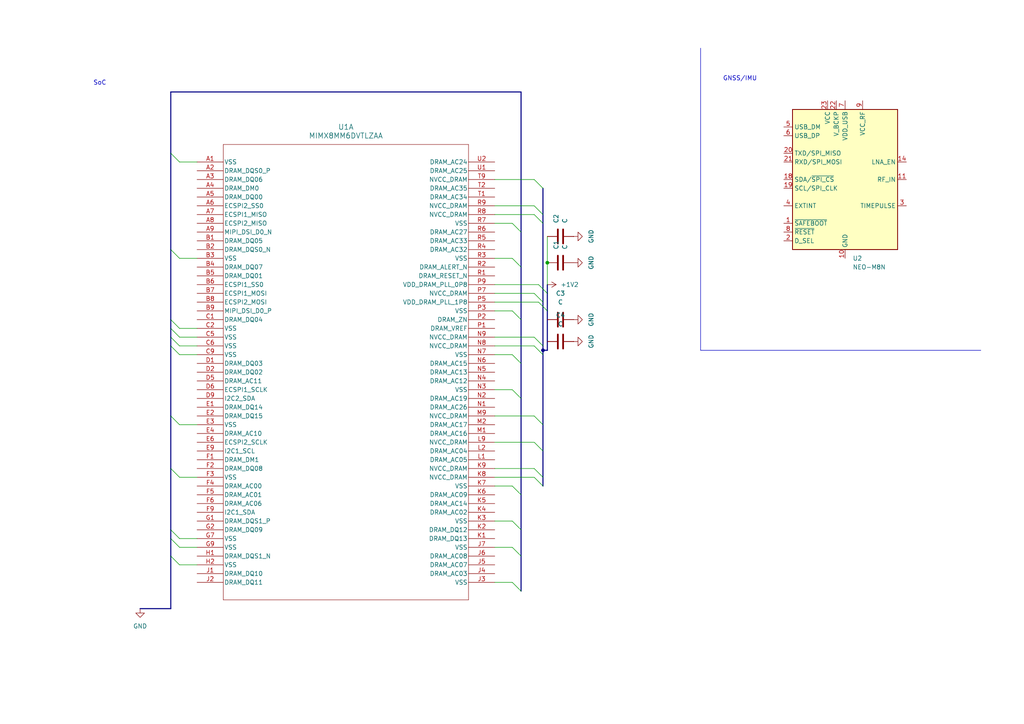
<source format=kicad_sch>
(kicad_sch (version 20231120) (generator "eeschema") (generator_version "8.0")
  (paper "A4")
  (lib_symbols
    (symbol "Device:C" (pin_numbers hide) (pin_names (offset 0.254))
      (property "Reference" "C" (at 0.635 2.54 0))
      (property "Value" "C" (at 0.635 -2.54 0))
      (symbol "C_0_1"
        (polyline (pts (xy -2.032 -0.762) (xy 2.032 -0.762)) (stroke (width 0.508)))
        (polyline (pts (xy -2.032 0.762) (xy 2.032 0.762)) (stroke (width 0.508)))
      )
      (symbol "C_1_1"
        (pin passive line (at 0 3.81 270) (length 2.794) (name "~") (number "1"))
        (pin passive line (at 0 -3.81 90) (length 2.794) (name "~") (number "2"))
      )
    )
    (symbol "MIMX8MM6DVTLZAA:MIMX8MM6DVTLZAA" (pin_names (offset 0.254))
      (property "Reference" "U" (at 43.18 10.16 0))
      (property "Value" "MIMX8MM6DVTLZAA" (at 43.18 7.62 0))
      (symbol "MIMX8MM6DVTLZAA_1_1"
        (polyline (pts (xy 7.62 -127) (xy 78.74 -127)) (stroke (width 0.127)))
        (polyline (pts (xy 7.62 5.08) (xy 7.62 -127)) (stroke (width 0.127)))
        (polyline (pts (xy 78.74 -127) (xy 78.74 5.08)) (stroke (width 0.127)))
        (polyline (pts (xy 78.74 5.08) (xy 7.62 5.08)) (stroke (width 0.127)))
        (pin power_in line (at 0 0 0) (length 7.62) (name "VSS") (number "A1"))
        (pin input line (at 0 -2.54 0) (length 7.62) (name "DRAM_DQS0_P") (number "A2"))
        (pin input line (at 0 -5.08 0) (length 7.62) (name "DRAM_DQ06") (number "A3"))
        (pin input line (at 0 -7.62 0) (length 7.62) (name "DRAM_DM0") (number "A4"))
        (pin input line (at 0 -10.16 0) (length 7.62) (name "DRAM_DQ00") (number "A5"))
        (pin input line (at 0 -12.7 0) (length 7.62) (name "ECSPI2_SS0") (number "A6"))
        (pin input line (at 0 -15.24 0) (length 7.62) (name "ECSPI1_MISO") (number "A7"))
        (pin input line (at 0 -17.78 0) (length 7.62) (name "ECSPI2_MISO") (number "A8"))
        (pin output line (at 0 -20.32 0) (length 7.62) (name "MIPI_DSI_D0_N") (number "A9"))
        (pin input line (at 0 -22.86 0) (length 7.62) (name "DRAM_DQ05") (number "B1"))
        (pin input line (at 0 -25.4 0) (length 7.62) (name "DRAM_DQS0_N") (number "B2"))
        (pin power_in line (at 0 -27.94 0) (length 7.62) (name "VSS") (number "B3"))
        (pin input line (at 0 -30.48 0) (length 7.62) (name "DRAM_DQ07") (number "B4"))
        (pin input line (at 0 -33.02 0) (length 7.62) (name "DRAM_DQ01") (number "B5"))
        (pin input line (at 0 -35.56 0) (length 7.62) (name "ECSPI1_SS0") (number "B6"))
        (pin input line (at 0 -38.1 0) (length 7.62) (name "ECSPI1_MOSI") (number "B7"))
        (pin input line (at 0 -40.64 0) (length 7.62) (name "ECSPI2_MOSI") (number "B8"))
        (pin output line (at 0 -43.18 0) (length 7.62) (name "MIPI_DSI_D0_P") (number "B9"))
        (pin input line (at 0 -45.72 0) (length 7.62) (name "DRAM_DQ04") (number "C1"))
        (pin power_in line (at 0 -48.26 0) (length 7.62) (name "VSS") (number "C2"))
        (pin power_in line (at 0 -50.8 0) (length 7.62) (name "VSS") (number "C5"))
        (pin power_in line (at 0 -53.34 0) (length 7.62) (name "VSS") (number "C6"))
        (pin power_in line (at 0 -55.88 0) (length 7.62) (name "VSS") (number "C9"))
        (pin input line (at 0 -58.42 0) (length 7.62) (name "DRAM_DQ03") (number "D1"))
        (pin input line (at 0 -60.96 0) (length 7.62) (name "DRAM_DQ02") (number "D2"))
        (pin input line (at 0 -63.5 0) (length 7.62) (name "DRAM_AC11") (number "D5"))
        (pin input line (at 0 -66.04 0) (length 7.62) (name "ECSPI1_SCLK") (number "D6"))
        (pin input line (at 0 -68.58 0) (length 7.62) (name "I2C2_SDA") (number "D9"))
        (pin input line (at 0 -71.12 0) (length 7.62) (name "DRAM_DQ14") (number "E1"))
        (pin input line (at 0 -73.66 0) (length 7.62) (name "DRAM_DQ15") (number "E2"))
        (pin power_in line (at 0 -76.2 0) (length 7.62) (name "VSS") (number "E3"))
        (pin input line (at 0 -78.74 0) (length 7.62) (name "DRAM_AC10") (number "E4"))
        (pin input line (at 0 -81.28 0) (length 7.62) (name "ECSPI2_SCLK") (number "E6"))
        (pin input line (at 0 -83.82 0) (length 7.62) (name "I2C1_SCL") (number "E9"))
        (pin input line (at 0 -86.36 0) (length 7.62) (name "DRAM_DM1") (number "F1"))
        (pin input line (at 0 -88.9 0) (length 7.62) (name "DRAM_DQ08") (number "F2"))
        (pin power_in line (at 0 -91.44 0) (length 7.62) (name "VSS") (number "F3"))
        (pin output line (at 0 -93.98 0) (length 7.62) (name "DRAM_AC00") (number "F4"))
        (pin output line (at 0 -96.52 0) (length 7.62) (name "DRAM_AC01") (number "F5"))
        (pin input line (at 0 -99.06 0) (length 7.62) (name "DRAM_AC06") (number "F6"))
        (pin input line (at 0 -101.6 0) (length 7.62) (name "I2C1_SDA") (number "F9"))
        (pin input line (at 0 -104.14 0) (length 7.62) (name "DRAM_DQS1_P") (number "G1"))
        (pin input line (at 0 -106.68 0) (length 7.62) (name "DRAM_DQ09") (number "G2"))
        (pin power_in line (at 0 -109.22 0) (length 7.62) (name "VSS") (number "G7"))
        (pin power_in line (at 0 -111.76 0) (length 7.62) (name "VSS") (number "G9"))
        (pin input line (at 0 -114.3 0) (length 7.62) (name "DRAM_DQS1_N") (number "H1"))
        (pin power_in line (at 0 -116.84 0) (length 7.62) (name "VSS") (number "H2"))
        (pin input line (at 0 -119.38 0) (length 7.62) (name "DRAM_DQ10") (number "J1"))
        (pin input line (at 0 -121.92 0) (length 7.62) (name "DRAM_DQ11") (number "J2"))
        (pin power_in line (at 86.36 -121.92 180) (length 7.62) (name "VSS") (number "J3"))
        (pin input line (at 86.36 -119.38 180) (length 7.62) (name "DRAM_AC03") (number "J4"))
        (pin input line (at 86.36 -116.84 180) (length 7.62) (name "DRAM_AC07") (number "J5"))
        (pin input line (at 86.36 -114.3 180) (length 7.62) (name "DRAM_AC08") (number "J6"))
        (pin power_in line (at 86.36 -111.76 180) (length 7.62) (name "VSS") (number "J7"))
        (pin input line (at 86.36 -109.22 180) (length 7.62) (name "DRAM_DQ13") (number "K1"))
        (pin input line (at 86.36 -106.68 180) (length 7.62) (name "DRAM_DQ12") (number "K2"))
        (pin power_in line (at 86.36 -104.14 180) (length 7.62) (name "VSS") (number "K3"))
        (pin input line (at 86.36 -101.6 180) (length 7.62) (name "DRAM_AC02") (number "K4"))
        (pin input line (at 86.36 -99.06 180) (length 7.62) (name "DRAM_AC14") (number "K5"))
        (pin input line (at 86.36 -96.52 180) (length 7.62) (name "DRAM_AC09") (number "K6"))
        (pin power_in line (at 86.36 -93.98 180) (length 7.62) (name "VSS") (number "K7"))
        (pin power_in line (at 86.36 -91.44 180) (length 7.62) (name "NVCC_DRAM") (number "K8"))
        (pin power_in line (at 86.36 -88.9 180) (length 7.62) (name "NVCC_DRAM") (number "K9"))
        (pin input line (at 86.36 -86.36 180) (length 7.62) (name "DRAM_AC05") (number "L1"))
        (pin input line (at 86.36 -83.82 180) (length 7.62) (name "DRAM_AC04") (number "L2"))
        (pin power_in line (at 86.36 -81.28 180) (length 7.62) (name "NVCC_DRAM") (number "L9"))
        (pin input line (at 86.36 -78.74 180) (length 7.62) (name "DRAM_AC16") (number "M1"))
        (pin input line (at 86.36 -76.2 180) (length 7.62) (name "DRAM_AC17") (number "M2"))
        (pin power_in line (at 86.36 -73.66 180) (length 7.62) (name "NVCC_DRAM") (number "M9"))
        (pin input line (at 86.36 -71.12 180) (length 7.62) (name "DRAM_AC26") (number "N1"))
        (pin input line (at 86.36 -68.58 180) (length 7.62) (name "DRAM_AC19") (number "N2"))
        (pin power_in line (at 86.36 -66.04 180) (length 7.62) (name "VSS") (number "N3"))
        (pin input line (at 86.36 -63.5 180) (length 7.62) (name "DRAM_AC12") (number "N4"))
        (pin input line (at 86.36 -60.96 180) (length 7.62) (name "DRAM_AC13") (number "N5"))
        (pin input line (at 86.36 -58.42 180) (length 7.62) (name "DRAM_AC15") (number "N6"))
        (pin power_in line (at 86.36 -55.88 180) (length 7.62) (name "VSS") (number "N7"))
        (pin power_in line (at 86.36 -53.34 180) (length 7.62) (name "NVCC_DRAM") (number "N8"))
        (pin power_in line (at 86.36 -50.8 180) (length 7.62) (name "NVCC_DRAM") (number "N9"))
        (pin unspecified line (at 86.36 -48.26 180) (length 7.62) (name "DRAM_VREF") (number "P1"))
        (pin unspecified line (at 86.36 -45.72 180) (length 7.62) (name "DRAM_ZN") (number "P2"))
        (pin power_in line (at 86.36 -43.18 180) (length 7.62) (name "VSS") (number "P3"))
        (pin power_in line (at 86.36 -40.64 180) (length 7.62) (name "VDD_DRAM_PLL_1P8") (number "P5"))
        (pin power_in line (at 86.36 -38.1 180) (length 7.62) (name "NVCC_DRAM") (number "P7"))
        (pin power_in line (at 86.36 -35.56 180) (length 7.62) (name "VDD_DRAM_PLL_0P8") (number "P9"))
        (pin output line (at 86.36 -33.02 180) (length 7.62) (name "DRAM_RESET_N") (number "R1"))
        (pin input line (at 86.36 -30.48 180) (length 7.62) (name "DRAM_ALERT_N") (number "R2"))
        (pin power_in line (at 86.36 -27.94 180) (length 7.62) (name "VSS") (number "R3"))
        (pin input line (at 86.36 -25.4 180) (length 7.62) (name "DRAM_AC32") (number "R4"))
        (pin input line (at 86.36 -22.86 180) (length 7.62) (name "DRAM_AC33") (number "R5"))
        (pin input line (at 86.36 -20.32 180) (length 7.62) (name "DRAM_AC27") (number "R6"))
        (pin power_in line (at 86.36 -17.78 180) (length 7.62) (name "VSS") (number "R7"))
        (pin power_in line (at 86.36 -15.24 180) (length 7.62) (name "NVCC_DRAM") (number "R8"))
        (pin power_in line (at 86.36 -12.7 180) (length 7.62) (name "NVCC_DRAM") (number "R9"))
        (pin input line (at 86.36 -10.16 180) (length 7.62) (name "DRAM_AC34") (number "T1"))
        (pin input line (at 86.36 -7.62 180) (length 7.62) (name "DRAM_AC35") (number "T2"))
        (pin power_in line (at 86.36 -5.08 180) (length 7.62) (name "NVCC_DRAM") (number "T9"))
        (pin input line (at 86.36 -2.54 180) (length 7.62) (name "DRAM_AC25") (number "U1"))
        (pin input line (at 86.36 0 180) (length 7.62) (name "DRAM_AC24") (number "U2"))
      )
      (symbol "MIMX8MM6DVTLZAA_2_1"
        (polyline (pts (xy 7.62 -127) (xy 73.66 -127)) (stroke (width 0.127)))
        (polyline (pts (xy 7.62 5.08) (xy 7.62 -127)) (stroke (width 0.127)))
        (polyline (pts (xy 73.66 -127) (xy 73.66 5.08)) (stroke (width 0.127)))
        (polyline (pts (xy 73.66 5.08) (xy 7.62 5.08)) (stroke (width 0.127)))
        (pin output line (at 0 -48.26 0) (length 7.62) (name "MIPI_DSI_D1_N") (number "A10"))
        (pin output line (at 0 -50.8 0) (length 7.62) (name "MIPI_DSI_CLK_N") (number "A11"))
        (pin output line (at 0 -53.34 0) (length 7.62) (name "MIPI_DSI_D2_N") (number "A12"))
        (pin output line (at 0 -55.88 0) (length 7.62) (name "MIPI_DSI_D3_N") (number "A13"))
        (pin input line (at 0 -58.42 0) (length 7.62) (name "MIPI_CSI_D0_N") (number "A14"))
        (pin input line (at 0 -60.96 0) (length 7.62) (name "MIPI_CSI_D1_N") (number "A15"))
        (pin input line (at 0 -63.5 0) (length 7.62) (name "MIPI_CSI_CLK_N") (number "A16"))
        (pin input line (at 0 -66.04 0) (length 7.62) (name "MIPI_CSI_D2_N") (number "A17"))
        (pin input line (at 0 -68.58 0) (length 7.62) (name "MIPI_CSI_D3_N") (number "A18"))
        (pin input line (at 0 -71.12 0) (length 7.62) (name "PCIE_RXN_N") (number "A19"))
        (pin output line (at 0 -73.66 0) (length 7.62) (name "PCIE_TXN_N") (number "A20"))
        (pin unspecified line (at 0 -76.2 0) (length 7.62) (name "PCIE_CLK_N") (number "A21"))
        (pin input line (at 0 -78.74 0) (length 7.62) (name "USB1_DN") (number "A22"))
        (pin input line (at 0 -81.28 0) (length 7.62) (name "USB2_DN") (number "A23"))
        (pin output line (at 0 -83.82 0) (length 7.62) (name "PMIC_ON_REQ") (number "A24"))
        (pin input line (at 0 -86.36 0) (length 7.62) (name "ONOFF") (number "A25"))
        (pin input line (at 0 -88.9 0) (length 7.62) (name "RTC_XTALI") (number "A26"))
        (pin power_in line (at 0 -91.44 0) (length 7.62) (name "VSS") (number "A27"))
        (pin input line (at 0 -93.98 0) (length 7.62) (name "DRAM_DQS2_P") (number "AA1"))
        (pin input line (at 0 -96.52 0) (length 7.62) (name "DRAM_DQ17") (number "AA2"))
        (pin power_in line (at 0 -99.06 0) (length 7.62) (name "VSS") (number "AA7"))
        (pin power_in line (at 0 -101.6 0) (length 7.62) (name "VSS") (number "AA9"))
        (pin input line (at 0 -104.14 0) (length 7.62) (name "DRAM_DM2") (number "AB1"))
        (pin input line (at 0 -106.68 0) (length 7.62) (name "DRAM_DQ16") (number "AB2"))
        (pin power_in line (at 0 -109.22 0) (length 7.62) (name "VSS") (number "AB3"))
        (pin output line (at 0 -111.76 0) (length 7.62) (name "DRAM_AC20") (number "AB4"))
        (pin output line (at 0 -114.3 0) (length 7.62) (name "DRAM_AC21") (number "AB5"))
        (pin input line (at 0 -116.84 0) (length 7.62) (name "DRAM_AC38") (number "AB6"))
        (pin input line (at 0 -119.38 0) (length 7.62) (name "GPIO1_IO15") (number "AB9"))
        (pin input line (at 0 -121.92 0) (length 7.62) (name "DRAM_DQ22") (number "AC1"))
        (pin input line (at 81.28 -121.92 180) (length 7.62) (name "DRAM_DQ23") (number "AC2"))
        (pin power_in line (at 81.28 -119.38 180) (length 7.62) (name "VSS") (number "AC3"))
        (pin input line (at 81.28 -116.84 180) (length 7.62) (name "DRAM_AC30") (number "AC4"))
        (pin input line (at 81.28 -114.3 180) (length 7.62) (name "SAI3_TXFS") (number "AC6"))
        (pin input line (at 81.28 -111.76 180) (length 7.62) (name "GPIO1_IO14") (number "AC9"))
        (pin input line (at 81.28 -109.22 180) (length 7.62) (name "DRAM_DQ27") (number "AD1"))
        (pin input line (at 81.28 -106.68 180) (length 7.62) (name "DRAM_DQ26") (number "AD2"))
        (pin input line (at 81.28 -104.14 180) (length 7.62) (name "DRAM_AC31") (number "AD5"))
        (pin input line (at 81.28 -101.6 180) (length 7.62) (name "SAI3_MCLK") (number "AD6"))
        (pin input line (at 81.28 -99.06 180) (length 7.62) (name "GPIO1_IO13") (number "AD9"))
        (pin input line (at 81.28 -96.52 180) (length 7.62) (name "DRAM_DQ28") (number "AE1"))
        (pin power_in line (at 81.28 -93.98 180) (length 7.62) (name "VSS") (number "AE2"))
        (pin power_in line (at 81.28 -91.44 180) (length 7.62) (name "VSS") (number "AE5"))
        (pin power_in line (at 81.28 -88.9 180) (length 7.62) (name "VSS") (number "AE6"))
        (pin power_in line (at 81.28 -86.36 180) (length 7.62) (name "VSS") (number "AE9"))
        (pin input line (at 81.28 -83.82 180) (length 7.62) (name "DRAM_DQ29") (number "AF1"))
        (pin input line (at 81.28 -81.28 180) (length 7.62) (name "DRAM_DQS3_N") (number "AF2"))
        (pin power_in line (at 81.28 -78.74 180) (length 7.62) (name "VSS") (number "AF3"))
        (pin input line (at 81.28 -76.2 180) (length 7.62) (name "DRAM_DQ31") (number "AF4"))
        (pin input line (at 81.28 -73.66 180) (length 7.62) (name "DRAM_DQ25") (number "AF5"))
        (pin input line (at 81.28 -71.12 180) (length 7.62) (name "SAI3_TXD") (number "AF6"))
        (pin input line (at 81.28 -68.58 180) (length 7.62) (name "SAI3_RXD") (number "AF7"))
        (pin input line (at 81.28 -66.04 180) (length 7.62) (name "SPDIF_EXT_CLK") (number "AF8"))
        (pin input line (at 81.28 -63.5 180) (length 7.62) (name "SPDIF_TX") (number "AF9"))
        (pin power_in line (at 81.28 -60.96 180) (length 7.62) (name "VSS") (number "AG1"))
        (pin input line (at 81.28 -58.42 180) (length 7.62) (name "DRAM_DQS3_P") (number "AG2"))
        (pin input line (at 81.28 -55.88 180) (length 7.62) (name "DRAM_DQ30") (number "AG3"))
        (pin input line (at 81.28 -53.34 180) (length 7.62) (name "DRAM_DM3") (number "AG4"))
        (pin input line (at 81.28 -50.8 180) (length 7.62) (name "DRAM_DQ24") (number "AG5"))
        (pin input line (at 81.28 -48.26 180) (length 7.62) (name "SAI3_TXC") (number "AG6"))
        (pin input line (at 81.28 -45.72 180) (length 7.62) (name "SAI3_RXC") (number "AG7"))
        (pin input line (at 81.28 -43.18 180) (length 7.62) (name "SAI3_RXFS") (number "AG8"))
        (pin input line (at 81.28 -40.64 180) (length 7.62) (name "SPDIF_RX") (number "AG9"))
        (pin output line (at 81.28 -38.1 180) (length 7.62) (name "MIPI_DSI_D1_P") (number "B10"))
        (pin output line (at 81.28 -35.56 180) (length 7.62) (name "MIPI_DSI_CLK_P") (number "B11"))
        (pin output line (at 81.28 -33.02 180) (length 7.62) (name "MIPI_DSI_D2_P") (number "B12"))
        (pin output line (at 81.28 -30.48 180) (length 7.62) (name "MIPI_DSI_D3_P") (number "B13"))
        (pin input line (at 81.28 -27.94 180) (length 7.62) (name "MIPI_CSI_D0_P") (number "B14"))
        (pin input line (at 81.28 -25.4 180) (length 7.62) (name "MIPI_CSI_D1_P") (number "B15"))
        (pin input line (at 81.28 -22.86 180) (length 7.62) (name "MIPI_CSI_CLK_P") (number "B16"))
        (pin input line (at 81.28 -20.32 180) (length 7.62) (name "MIPI_CSI_D2_P") (number "B17"))
        (pin input line (at 81.28 -17.78 180) (length 7.62) (name "MIPI_CSI_D3_P") (number "B18"))
        (pin input line (at 81.28 -15.24 180) (length 7.62) (name "PCIE_RXN_P") (number "B19"))
        (pin output line (at 81.28 -12.7 180) (length 7.62) (name "PCIE_TXN_P") (number "B20"))
        (pin unspecified line (at 81.28 -10.16 180) (length 7.62) (name "PCIE_CLK_P") (number "B21"))
        (pin input line (at 81.28 -7.62 180) (length 7.62) (name "USB1_DP") (number "B22"))
        (pin input line (at 81.28 -5.08 180) (length 7.62) (name "USB2_DP") (number "B23"))
        (pin input line (at 81.28 -2.54 180) (length 7.62) (name "POR_B") (number "B24"))
        (pin output line (at 81.28 0 180) (length 7.62) (name "RTC_XTALO") (number "B25"))
        (pin power_in line (at 0 0 0) (length 7.62) (name "NVCC_DRAM") (number "U9"))
        (pin input line (at 0 -2.54 0) (length 7.62) (name "DRAM_DQ21") (number "V1"))
        (pin input line (at 0 -5.08 0) (length 7.62) (name "DRAM_DQ20") (number "V2"))
        (pin power_in line (at 0 -7.62 0) (length 7.62) (name "VSS") (number "V3"))
        (pin input line (at 0 -10.16 0) (length 7.62) (name "DRAM_AC23") (number "V4"))
        (pin input line (at 0 -12.7 0) (length 7.62) (name "DRAM_AC36") (number "V5"))
        (pin input line (at 0 -15.24 0) (length 7.62) (name "DRAM_AC29") (number "V6"))
        (pin power_in line (at 0 -17.78 0) (length 7.62) (name "VSS") (number "V7"))
        (pin power_in line (at 0 -20.32 0) (length 7.62) (name "NVCC_DRAM") (number "V8"))
        (pin power_in line (at 0 -22.86 0) (length 7.62) (name "NVCC_DRAM") (number "V9"))
        (pin input line (at 0 -25.4 0) (length 7.62) (name "DRAM_DQ18") (number "W1"))
        (pin input line (at 0 -27.94 0) (length 7.62) (name "DRAM_DQ19") (number "W2"))
        (pin power_in line (at 0 -30.48 0) (length 7.62) (name "VSS") (number "W3"))
        (pin input line (at 0 -33.02 0) (length 7.62) (name "DRAM_AC22") (number "W4"))
        (pin input line (at 0 -35.56 0) (length 7.62) (name "DRAM_AC37") (number "W5"))
        (pin input line (at 0 -38.1 0) (length 7.62) (name "DRAM_AC28") (number "W6"))
        (pin power_in line (at 0 -40.64 0) (length 7.62) (name "VSS") (number "W7"))
        (pin input line (at 0 -43.18 0) (length 7.62) (name "DRAM_DQS2_N") (number "Y1"))
        (pin power_in line (at 0 -45.72 0) (length 7.62) (name "VSS") (number "Y2"))
      )
      (symbol "MIMX8MM6DVTLZAA_3_1"
        (polyline (pts (xy 7.62 -127) (xy 78.74 -127)) (stroke (width 0.127)))
        (polyline (pts (xy 7.62 5.08) (xy 7.62 -127)) (stroke (width 0.127)))
        (polyline (pts (xy 78.74 -127) (xy 78.74 5.08)) (stroke (width 0.127)))
        (polyline (pts (xy 78.74 5.08) (xy 7.62 5.08)) (stroke (width 0.127)))
        (pin power_in line (at 0 0 0) (length 7.62) (name "VSS") (number "B26"))
        (pin input line (at 0 -2.54 0) (length 7.62) (name "24M_XTALI") (number "B27"))
        (pin power_in line (at 0 -5.08 0) (length 7.62) (name "VSS") (number "C10"))
        (pin power_in line (at 0 -7.62 0) (length 7.62) (name "VSS") (number "C13"))
        (pin power_in line (at 0 -10.16 0) (length 7.62) (name "VSS") (number "C14"))
        (pin power_in line (at 0 -12.7 0) (length 7.62) (name "VSS") (number "C15"))
        (pin power_in line (at 0 -15.24 0) (length 7.62) (name "VSS") (number "C18"))
        (pin power_in line (at 0 -17.78 0) (length 7.62) (name "VSS") (number "C19"))
        (pin power_in line (at 0 -20.32 0) (length 7.62) (name "VSS") (number "C22"))
        (pin power_in line (at 0 -22.86 0) (length 7.62) (name "VSS") (number "C23"))
        (pin output line (at 0 -25.4 0) (length 7.62) (name "24M_XTALO") (number "C26"))
        (pin input line (at 0 -27.94 0) (length 7.62) (name "JTAG_TRST_B") (number "C27"))
        (pin input line (at 0 -30.48 0) (length 7.62) (name "I2C2_SCL") (number "D10"))
        (pin input line (at 0 -33.02 0) (length 7.62) (name "I2C4_SCL") (number "D13"))
        (pin output line (at 0 -35.56 0) (length 7.62) (name "MIPI_VREG_CAP") (number "D15"))
        (pin input line (at 0 -38.1 0) (length 7.62) (name "UART3_TXD") (number "D18"))
        (pin unspecified line (at 0 -40.64 0) (length 7.62) (name "PCIE_RESREF") (number "D19"))
        (pin input line (at 0 -43.18 0) (length 7.62) (name "USB1_ID") (number "D22"))
        (pin input line (at 0 -45.72 0) (length 7.62) (name "USB2_ID") (number "D23"))
        (pin input line (at 0 -48.26 0) (length 7.62) (name "TEST_MODE") (number "D26"))
        (pin input line (at 0 -50.8 0) (length 7.62) (name "JTAG_MOD") (number "D27"))
        (pin input line (at 0 -53.34 0) (length 7.62) (name "I2C3_SCL") (number "E10"))
        (pin input line (at 0 -55.88 0) (length 7.62) (name "I2C4_SDA") (number "E13"))
        (pin input line (at 0 -58.42 0) (length 7.62) (name "UART1_RXD") (number "E14"))
        (pin input line (at 0 -60.96 0) (length 7.62) (name "UART2_TXD") (number "E15"))
        (pin input line (at 0 -63.5 0) (length 7.62) (name "UART3_RXD") (number "E18"))
        (pin unspecified line (at 0 -66.04 0) (length 7.62) (name "USB1_TXRTUNE") (number "E19"))
        (pin unspecified line (at 0 -68.58 0) (length 7.62) (name "USB2_TXRTUNE") (number "E22"))
        (pin output line (at 0 -71.12 0) (length 7.62) (name "PMIC_STBY_REQ") (number "E24"))
        (pin power_in line (at 0 -73.66 0) (length 7.62) (name "VSS") (number "E25"))
        (pin input line (at 0 -76.2 0) (length 7.62) (name "JTAG_TDO") (number "E26"))
        (pin input line (at 0 -78.74 0) (length 7.62) (name "JTAG_TDI") (number "E27"))
        (pin input line (at 0 -81.28 0) (length 7.62) (name "I2C3_SDA") (number "F10"))
        (pin input line (at 0 -83.82 0) (length 7.62) (name "UART1_TXD") (number "F13"))
        (pin input line (at 0 -86.36 0) (length 7.62) (name "UART2_RXD") (number "F15"))
        (pin input line (at 0 -88.9 0) (length 7.62) (name "UART4_TXD") (number "F18"))
        (pin input line (at 0 -91.44 0) (length 7.62) (name "UART4_RXD") (number "F19"))
        (pin unspecified line (at 0 -93.98 0) (length 7.62) (name "USB1_VBUS") (number "F22"))
        (pin unspecified line (at 0 -96.52 0) (length 7.62) (name "USB2_VBUS") (number "F23"))
        (pin input line (at 0 -99.06 0) (length 7.62) (name "RTC_RESET_B") (number "F24"))
        (pin power_in line (at 0 -101.6 0) (length 7.62) (name "VSS") (number "F25"))
        (pin input line (at 0 -104.14 0) (length 7.62) (name "JTAG_TCK") (number "F26"))
        (pin input line (at 0 -106.68 0) (length 7.62) (name "JTAG_TMS") (number "F27"))
        (pin power_in line (at 0 -109.22 0) (length 7.62) (name "VSS") (number "G10"))
        (pin power_in line (at 0 -111.76 0) (length 7.62) (name "VSS") (number "G13"))
        (pin power_in line (at 0 -114.3 0) (length 7.62) (name "VDD_PCI_1P8") (number "G14"))
        (pin power_in line (at 0 -116.84 0) (length 7.62) (name "VSS") (number "G15"))
        (pin power_in line (at 0 -119.38 0) (length 7.62) (name "VSS") (number "G18"))
        (pin power_in line (at 0 -121.92 0) (length 7.62) (name "VSS") (number "G19"))
        (pin power_in line (at 86.36 -121.92 180) (length 7.62) (name "VSS") (number "G21"))
        (pin input line (at 86.36 -119.38 180) (length 7.62) (name "BOOT_MODE0") (number "G26"))
        (pin input line (at 86.36 -116.84 180) (length 7.62) (name "BOOT_MODE1") (number "G27"))
        (pin power_in line (at 86.36 -114.3 180) (length 7.62) (name "NVCC_ECSPI") (number "H10"))
        (pin power_in line (at 86.36 -111.76 180) (length 7.62) (name "VDD_MIPI_1P8") (number "H13"))
        (pin power_in line (at 86.36 -109.22 180) (length 7.62) (name "VDD_USB_1P8") (number "H15"))
        (pin power_in line (at 86.36 -106.68 180) (length 7.62) (name "VSS") (number "H18"))
        (pin output line (at 86.36 -104.14 180) (length 7.62) (name "CLKOUT1") (number "H26"))
        (pin input line (at 86.36 -101.6 180) (length 7.62) (name "CLKIN1") (number "H27"))
        (pin power_in line (at 86.36 -99.06 180) (length 7.62) (name "VDD_DRAM") (number "J10"))
        (pin power_in line (at 86.36 -96.52 180) (length 7.62) (name "NVCC_I2C") (number "J11"))
        (pin power_in line (at 86.36 -93.98 180) (length 7.62) (name "NVCC_UART") (number "J12"))
        (pin power_in line (at 86.36 -91.44 180) (length 7.62) (name "PVCC2_1P8") (number "J13"))
        (pin power_in line (at 86.36 -88.9 180) (length 7.62) (name "VDD_MIPI_0P9") (number "J14"))
        (pin power_in line (at 86.36 -86.36 180) (length 7.62) (name "VDD_MIPI_1P2") (number "J15"))
        (pin power_in line (at 86.36 -83.82 180) (length 7.62) (name "VDD_PCI_0P8") (number "J16"))
        (pin power_in line (at 86.36 -81.28 180) (length 7.62) (name "VDD_USB_0P8") (number "J17"))
        (pin no_connect line (at 86.36 -78.74 180) (length 7.62) (name "NC") (number "J18"))
        (pin power_in line (at 86.36 -76.2 180) (length 7.62) (name "VSS") (number "J21"))
        (pin power_in line (at 86.36 -73.66 180) (length 7.62) (name "NVCC_SNVS_1P8") (number "J22"))
        (pin output line (at 86.36 -71.12 180) (length 7.62) (name "TSENSOR_TEST_OUT") (number "J23"))
        (pin unspecified line (at 86.36 -68.58 180) (length 7.62) (name "TSENSOR_REST_EXT") (number "J24"))
        (pin power_in line (at 86.36 -66.04 180) (length 7.62) (name "VSS") (number "J25"))
        (pin output line (at 86.36 -63.5 180) (length 7.62) (name "CLKOUT2") (number "J26"))
        (pin input line (at 86.36 -60.96 180) (length 7.62) (name "CLKIN2") (number "J27"))
        (pin power_in line (at 86.36 -58.42 180) (length 7.62) (name "VDD_VPU") (number "K12"))
        (pin power_in line (at 86.36 -55.88 180) (length 7.62) (name "VDD_VPU") (number "K13"))
        (pin power_in line (at 86.36 -53.34 180) (length 7.62) (name "VDD_SOC") (number "K15"))
        (pin power_in line (at 86.36 -50.8 180) (length 7.62) (name "VDD_SOC") (number "K16"))
        (pin power_in line (at 86.36 -48.26 180) (length 7.62) (name "VDD_USB_3P3") (number "K19"))
        (pin power_in line (at 86.36 -45.72 180) (length 7.62) (name "VSS") (number "K20"))
        (pin power_in line (at 86.36 -43.18 180) (length 7.62) (name "VSS") (number "K21"))
        (pin power_in line (at 86.36 -40.64 180) (length 7.62) (name "VDD_SNVS_0P8") (number "K22"))
        (pin input line (at 86.36 -38.1 180) (length 7.62) (name "NAND_DATA02") (number "K23"))
        (pin input line (at 86.36 -35.56 180) (length 7.62) (name "NAND_DATA01") (number "K24"))
        (pin power_in line (at 86.36 -33.02 180) (length 7.62) (name "VSS") (number "K25"))
        (pin input line (at 86.36 -30.48 180) (length 7.62) (name "NAND_DATA06") (number "K26"))
        (pin input line (at 86.36 -27.94 180) (length 7.62) (name "NAND_CLE") (number "K27"))
        (pin power_in line (at 86.36 -25.4 180) (length 7.62) (name "VDD_DRAM") (number "L10"))
        (pin power_in line (at 86.36 -22.86 180) (length 7.62) (name "VDD_VPU") (number "L11"))
        (pin power_in line (at 86.36 -20.32 180) (length 7.62) (name "VSS") (number "L12"))
        (pin power_in line (at 86.36 -17.78 180) (length 7.62) (name "VDD_VPU") (number "L13"))
        (pin power_in line (at 86.36 -15.24 180) (length 7.62) (name "VDD_SOC") (number "L15"))
        (pin power_in line (at 86.36 -12.7 180) (length 7.62) (name "VSS") (number "L16"))
        (pin power_in line (at 86.36 -10.16 180) (length 7.62) (name "VDD_ANA_0P8") (number "L17"))
        (pin power_in line (at 86.36 -7.62 180) (length 7.62) (name "VDD_SOC") (number "L18"))
        (pin power_in line (at 86.36 -5.08 180) (length 7.62) (name "NVCC_JTAG") (number "L19"))
        (pin input line (at 86.36 -2.54 180) (length 7.62) (name "NAND_DATA05") (number "L26"))
        (pin input line (at 86.36 0 180) (length 7.62) (name "NAND_CE3_B") (number "L27"))
      )
      (symbol "MIMX8MM6DVTLZAA_4_1"
        (polyline (pts (xy 7.62 -127) (xy 73.66 -127)) (stroke (width 0.127)))
        (polyline (pts (xy 7.62 5.08) (xy 7.62 -127)) (stroke (width 0.127)))
        (polyline (pts (xy 73.66 -127) (xy 73.66 5.08)) (stroke (width 0.127)))
        (polyline (pts (xy 73.66 5.08) (xy 7.62 5.08)) (stroke (width 0.127)))
        (pin power_in line (at 0 0 0) (length 7.62) (name "VSS") (number "M12"))
        (pin power_in line (at 0 -2.54 0) (length 7.62) (name "VDD_VPU") (number "M13"))
        (pin power_in line (at 0 -5.08 0) (length 7.62) (name "VDD_VPU") (number "M14"))
        (pin power_in line (at 0 -7.62 0) (length 7.62) (name "VDD_SOC") (number "M15"))
        (pin power_in line (at 0 -10.16 0) (length 7.62) (name "VSS") (number "M16"))
        (pin power_in line (at 0 -12.7 0) (length 7.62) (name "NVCC_CLK") (number "M19"))
        (pin input line (at 0 -15.24 0) (length 7.62) (name "NAND_DATA04") (number "M26"))
        (pin input line (at 0 -17.78 0) (length 7.62) (name "NAND_CE2_B") (number "M27"))
        (pin power_in line (at 0 -20.32 0) (length 7.62) (name "VDD_DRAM") (number "N10"))
        (pin power_in line (at 0 -22.86 0) (length 7.62) (name "VDD_VPU") (number "N11"))
        (pin power_in line (at 0 -25.4 0) (length 7.62) (name "VSS") (number "N12"))
        (pin power_in line (at 0 -27.94 0) (length 7.62) (name "VDD_SOC") (number "N13"))
        (pin power_in line (at 0 -30.48 0) (length 7.62) (name "VDD_SOC") (number "N15"))
        (pin power_in line (at 0 -33.02 0) (length 7.62) (name "VSS") (number "N16"))
        (pin power_in line (at 0 -35.56 0) (length 7.62) (name "VDD_ANA_0P8") (number "N17"))
        (pin power_in line (at 0 -38.1 0) (length 7.62) (name "VDD_SOC") (number "N18"))
        (pin power_in line (at 0 -40.64 0) (length 7.62) (name "VDD_24M_XTAL_1P8") (number "N19"))
        (pin power_in line (at 0 -43.18 0) (length 7.62) (name "VDD_ANA1_1P8") (number "N20"))
        (pin power_in line (at 0 -45.72 0) (length 7.62) (name "VSS") (number "N21"))
        (pin input line (at 0 -48.26 0) (length 7.62) (name "NAND_ALE") (number "N22"))
        (pin input line (at 0 -50.8 0) (length 7.62) (name "NAND_DATA03") (number "N23"))
        (pin input line (at 0 -53.34 0) (length 7.62) (name "NAND_CE0_B") (number "N24"))
        (pin power_in line (at 0 -55.88 0) (length 7.62) (name "VSS") (number "N25"))
        (pin input line (at 0 -58.42 0) (length 7.62) (name "NAND_DATA07") (number "N26"))
        (pin input line (at 0 -60.96 0) (length 7.62) (name "NAND_RE_B") (number "N27"))
        (pin power_in line (at 0 -63.5 0) (length 7.62) (name "VDD_GPU") (number "P12"))
        (pin power_in line (at 0 -66.04 0) (length 7.62) (name "VSS") (number "P13"))
        (pin power_in line (at 0 -68.58 0) (length 7.62) (name "VSS") (number "P15"))
        (pin power_in line (at 0 -71.12 0) (length 7.62) (name "VDD_ARM_PLL_0P8") (number "P16"))
        (pin power_in line (at 0 -73.66 0) (length 7.62) (name "VDD_ANA1_1P8") (number "P19"))
        (pin power_in line (at 0 -76.2 0) (length 7.62) (name "VSS") (number "P21"))
        (pin input line (at 0 -78.74 0) (length 7.62) (name "NAND_DATA00") (number "P23"))
        (pin power_in line (at 0 -81.28 0) (length 7.62) (name "VSS") (number "P25"))
        (pin input line (at 0 -83.82 0) (length 7.62) (name "NAND_READY_B") (number "P26"))
        (pin input line (at 0 -86.36 0) (length 7.62) (name "NAND_CE1_B") (number "P27"))
        (pin power_in line (at 0 -88.9 0) (length 7.62) (name "VDD_DRAM") (number "R10"))
        (pin power_in line (at 0 -91.44 0) (length 7.62) (name "VDD_GPU") (number "R11"))
        (pin power_in line (at 0 -93.98 0) (length 7.62) (name "VSS") (number "R12"))
        (pin power_in line (at 0 -96.52 0) (length 7.62) (name "VDD_ARM") (number "R13"))
        (pin power_in line (at 0 -99.06 0) (length 7.62) (name "VDD_ARM") (number "R15"))
        (pin power_in line (at 0 -101.6 0) (length 7.62) (name "VSS") (number "R16"))
        (pin power_in line (at 0 -104.14 0) (length 7.62) (name "VDD_SOC") (number "R17"))
        (pin power_in line (at 0 -106.68 0) (length 7.62) (name "VDD_SOC") (number "R18"))
        (pin power_in line (at 0 -109.22 0) (length 7.62) (name "VDD_ARM_PLL_1P8") (number "R19"))
        (pin power_in line (at 0 -111.76 0) (length 7.62) (name "VSS") (number "R20"))
        (pin power_in line (at 0 -114.3 0) (length 7.62) (name "VSS") (number "R21"))
        (pin input line (at 0 -116.84 0) (length 7.62) (name "NAND_DQS") (number "R22"))
        (pin input line (at 0 -119.38 0) (length 7.62) (name "SD1_RESET_B") (number "R23"))
        (pin input line (at 0 -121.92 0) (length 7.62) (name "SD1_STROBE") (number "R24"))
        (pin power_in line (at 81.28 -121.92 180) (length 7.62) (name "VSS") (number "R25"))
        (pin input line (at 81.28 -119.38 180) (length 7.62) (name "NAND_WE_B") (number "R26"))
        (pin input line (at 81.28 -116.84 180) (length 7.62) (name "NAND_WP_B") (number "R27"))
        (pin power_in line (at 81.28 -114.3 180) (length 7.62) (name "VSS") (number "T12"))
        (pin power_in line (at 81.28 -111.76 180) (length 7.62) (name "VDD_ARM") (number "T13"))
        (pin power_in line (at 81.28 -109.22 180) (length 7.62) (name "VDD_ARM") (number "T14"))
        (pin power_in line (at 81.28 -106.68 180) (length 7.62) (name "VDD_ARM") (number "T15"))
        (pin power_in line (at 81.28 -104.14 180) (length 7.62) (name "VSS") (number "T16"))
        (pin power_in line (at 81.28 -101.6 180) (length 7.62) (name "PVCC1_1P8") (number "T19"))
        (pin input line (at 81.28 -99.06 180) (length 7.62) (name "SD1_DATA3") (number "T26"))
        (pin input line (at 81.28 -96.52 180) (length 7.62) (name "SD1_DATA2") (number "T27"))
        (pin power_in line (at 81.28 -93.98 180) (length 7.62) (name "VDD_DRAM") (number "U10"))
        (pin power_in line (at 81.28 -91.44 180) (length 7.62) (name "VDD_GPU") (number "U11"))
        (pin power_in line (at 81.28 -88.9 180) (length 7.62) (name "VSS") (number "U12"))
        (pin power_in line (at 81.28 -86.36 180) (length 7.62) (name "VDD_ARM") (number "U13"))
        (pin power_in line (at 81.28 -83.82 180) (length 7.62) (name "VDD_ARM") (number "U15"))
        (pin power_in line (at 81.28 -81.28 180) (length 7.62) (name "VSS") (number "U16"))
        (pin power_in line (at 81.28 -78.74 180) (length 7.62) (name "VDD_SOC") (number "U17"))
        (pin power_in line (at 81.28 -76.2 180) (length 7.62) (name "VDD_SOC") (number "U18"))
        (pin power_in line (at 81.28 -73.66 180) (length 7.62) (name "NVCC_NAND") (number "U19"))
        (pin input line (at 81.28 -71.12 180) (length 7.62) (name "SD1_DATA5") (number "U26"))
        (pin input line (at 81.28 -68.58 180) (length 7.62) (name "SD1_DATA4") (number "U27"))
        (pin power_in line (at 81.28 -66.04 180) (length 7.62) (name "VDD_GPU") (number "V12"))
        (pin power_in line (at 81.28 -63.5 180) (length 7.62) (name "VDD_ARM") (number "V13"))
        (pin power_in line (at 81.28 -60.96 180) (length 7.62) (name "VDD_ARM") (number "V15"))
        (pin power_in line (at 81.28 -58.42 180) (length 7.62) (name "VDD_ARM") (number "V16"))
        (pin power_in line (at 81.28 -55.88 180) (length 7.62) (name "NVCC_SAI2") (number "V19"))
        (pin power_in line (at 81.28 -53.34 180) (length 7.62) (name "NVCC_SD1") (number "V20"))
        (pin power_in line (at 81.28 -50.8 180) (length 7.62) (name "VSS") (number "V21"))
        (pin power_in line (at 81.28 -48.26 180) (length 7.62) (name "NVCC_SD2") (number "V22"))
        (pin input line (at 81.28 -45.72 180) (length 7.62) (name "SD2_DATA3") (number "V23"))
        (pin input line (at 81.28 -43.18 180) (length 7.62) (name "SD2_DATA2") (number "V24"))
        (pin power_in line (at 81.28 -40.64 180) (length 7.62) (name "VSS") (number "V25"))
        (pin input line (at 81.28 -38.1 180) (length 7.62) (name "SD1_CLK") (number "V26"))
        (pin input line (at 81.28 -35.56 180) (length 7.62) (name "SD1_CMD") (number "V27"))
        (pin power_in line (at 81.28 -33.02 180) (length 7.62) (name "VDD_DRAM") (number "W10"))
        (pin power_in line (at 81.28 -30.48 180) (length 7.62) (name "VDD_GPU") (number "W11"))
        (pin power_in line (at 81.28 -27.94 180) (length 7.62) (name "NVCC_GPIO1") (number "W12"))
        (pin power_in line (at 81.28 -25.4 180) (length 7.62) (name "VDD_ARM") (number "W13"))
        (pin power_in line (at 81.28 -22.86 180) (length 7.62) (name "VDD_ARM") (number "W14"))
        (pin power_in line (at 81.28 -20.32 180) (length 7.62) (name "VDD_ARM") (number "W15"))
        (pin power_in line (at 81.28 -17.78 180) (length 7.62) (name "VDD_ARM") (number "W16"))
        (pin power_in line (at 81.28 -15.24 180) (length 7.62) (name "NVCC_SAI5") (number "W17"))
        (pin power_in line (at 81.28 -12.7 180) (length 7.62) (name "NVCC_SAI1") (number "W18"))
        (pin power_in line (at 81.28 -10.16 180) (length 7.62) (name "VSS") (number "W21"))
        (pin power_in line (at 81.28 -7.62 180) (length 7.62) (name "NVCC_ENET") (number "W22"))
        (pin input line (at 81.28 -5.08 180) (length 7.62) (name "SD2_CLK") (number "W23"))
        (pin input line (at 81.28 -2.54 180) (length 7.62) (name "SD2_CMD") (number "W24"))
        (pin power_in line (at 81.28 0 180) (length 7.62) (name "VSS") (number "W25"))
      )
      (symbol "MIMX8MM6DVTLZAA_5_1"
        (polyline (pts (xy 7.62 -127) (xy 63.5 -127)) (stroke (width 0.127)))
        (polyline (pts (xy 7.62 5.08) (xy 7.62 -127)) (stroke (width 0.127)))
        (polyline (pts (xy 63.5 -127) (xy 63.5 5.08)) (stroke (width 0.127)))
        (polyline (pts (xy 63.5 5.08) (xy 7.62 5.08)) (stroke (width 0.127)))
        (pin power_in line (at 0 -20.32 0) (length 7.62) (name "VSS") (number "AA10"))
        (pin power_in line (at 0 -22.86 0) (length 7.62) (name "VSS") (number "AA13"))
        (pin power_in line (at 0 -25.4 0) (length 7.62) (name "VDD_ANA0_1P8") (number "AA14"))
        (pin power_in line (at 0 -27.94 0) (length 7.62) (name "VSS") (number "AA15"))
        (pin power_in line (at 0 -30.48 0) (length 7.62) (name "VSS") (number "AA18"))
        (pin power_in line (at 0 -33.02 0) (length 7.62) (name "VSS") (number "AA19"))
        (pin power_in line (at 0 -35.56 0) (length 7.62) (name "VSS") (number "AA21"))
        (pin input line (at 0 -38.1 0) (length 7.62) (name "SD2_CD_B") (number "AA26"))
        (pin input line (at 0 -40.64 0) (length 7.62) (name "SD2_WP") (number "AA27"))
        (pin input line (at 0 -43.18 0) (length 7.62) (name "GPIO1_IO12") (number "AB10"))
        (pin power_in line (at 0 -45.72 0) (length 7.62) (name "PVCC0_1P8") (number "AB13"))
        (pin input line (at 0 -48.26 0) (length 7.62) (name "SAI5_RXFS") (number "AB15"))
        (pin input line (at 0 -50.8 0) (length 7.62) (name "SAI1_MCLK") (number "AB18"))
        (pin input line (at 0 -53.34 0) (length 7.62) (name "SAI1_TXFS") (number "AB19"))
        (pin input line (at 0 -55.88 0) (length 7.62) (name "SAI2_RXC") (number "AB22"))
        (pin input line (at 0 -58.42 0) (length 7.62) (name "SD2_DATA0") (number "AB23"))
        (pin input line (at 0 -60.96 0) (length 7.62) (name "SD2_DATA1") (number "AB24"))
        (pin power_in line (at 0 -63.5 0) (length 7.62) (name "VSS") (number "AB25"))
        (pin input line (at 0 -66.04 0) (length 7.62) (name "SD2_RESET_B") (number "AB26"))
        (pin input line (at 0 -68.58 0) (length 7.62) (name "ENET_MDIO") (number "AB27"))
        (pin input line (at 0 -71.12 0) (length 7.62) (name "GPIO1_IO11") (number "AC10"))
        (pin input line (at 0 -73.66 0) (length 7.62) (name "SAI5_RXD3") (number "AC13"))
        (pin input line (at 0 -76.2 0) (length 7.62) (name "SAI5_RXD1") (number "AC14"))
        (pin input line (at 0 -78.74 0) (length 7.62) (name "SAI5_RXC") (number "AC15"))
        (pin input line (at 0 -81.28 0) (length 7.62) (name "SAI1_TXC") (number "AC18"))
        (pin input line (at 0 -83.82 0) (length 7.62) (name "SAI2_RXFS") (number "AC19"))
        (pin input line (at 0 -86.36 0) (length 7.62) (name "SAI2_TXD0") (number "AC22"))
        (pin input line (at 0 -88.9 0) (length 7.62) (name "SAI2_RXD0") (number "AC24"))
        (pin power_in line (at 0 -91.44 0) (length 7.62) (name "VSS") (number "AC25"))
        (pin input line (at 0 -93.98 0) (length 7.62) (name "ENET_RD3") (number "AC26"))
        (pin input line (at 0 -96.52 0) (length 7.62) (name "ENET_MDC") (number "AC27"))
        (pin input line (at 0 -99.06 0) (length 7.62) (name "GPIO1_IO10") (number "AD10"))
        (pin input line (at 0 -101.6 0) (length 7.62) (name "SAI5_RXD2") (number "AD13"))
        (pin input line (at 0 -104.14 0) (length 7.62) (name "SAI5_MCLK") (number "AD15"))
        (pin input line (at 0 -106.68 0) (length 7.62) (name "SAI5_RXD0") (number "AD18"))
        (pin input line (at 0 -109.22 0) (length 7.62) (name "SAI2_MCLK") (number "AD19"))
        (pin input line (at 0 -111.76 0) (length 7.62) (name "SAI2_TXC") (number "AD22"))
        (pin input line (at 0 -114.3 0) (length 7.62) (name "SAI2_TXFS") (number "AD23"))
        (pin input line (at 0 -116.84 0) (length 7.62) (name "ENET_RD2") (number "AD26"))
        (pin input line (at 0 -119.38 0) (length 7.62) (name "ENET_RD1") (number "AD27"))
        (pin power_in line (at 0 -121.92 0) (length 7.62) (name "VSS") (number "AE10"))
        (pin power_in line (at 71.12 -121.92 180) (length 7.62) (name "VSS") (number "AE13"))
        (pin power_in line (at 71.12 -119.38 180) (length 7.62) (name "VSS") (number "AE14"))
        (pin power_in line (at 71.12 -116.84 180) (length 7.62) (name "VSS") (number "AE15"))
        (pin power_in line (at 71.12 -114.3 180) (length 7.62) (name "VSS") (number "AE18"))
        (pin power_in line (at 71.12 -111.76 180) (length 7.62) (name "VSS") (number "AE19"))
        (pin power_in line (at 71.12 -109.22 180) (length 7.62) (name "VSS") (number "AE22"))
        (pin power_in line (at 71.12 -106.68 180) (length 7.62) (name "VSS") (number "AE23"))
        (pin input line (at 71.12 -104.14 180) (length 7.62) (name "ENET_RXC") (number "AE26"))
        (pin input line (at 71.12 -101.6 180) (length 7.62) (name "ENET_RD0") (number "AE27"))
        (pin input line (at 71.12 -99.06 180) (length 7.62) (name "GPIO1_IO09") (number "AF10"))
        (pin input line (at 71.12 -96.52 180) (length 7.62) (name "GPIO1_IO07") (number "AF11"))
        (pin input line (at 71.12 -93.98 180) (length 7.62) (name "GPIO1_IO05") (number "AF12"))
        (pin input line (at 71.12 -91.44 180) (length 7.62) (name "GPIO1_IO03") (number "AF13"))
        (pin input line (at 71.12 -88.9 180) (length 7.62) (name "GPIO1_IO01") (number "AF14"))
        (pin input line (at 71.12 -86.36 180) (length 7.62) (name "SAI1_RXD1") (number "AF15"))
        (pin input line (at 71.12 -83.82 180) (length 7.62) (name "SAI1_RXC") (number "AF16"))
        (pin input line (at 71.12 -81.28 180) (length 7.62) (name "SAI1_RXD3") (number "AF17"))
        (pin input line (at 71.12 -78.74 180) (length 7.62) (name "SAI1_RXD5") (number "AF18"))
        (pin input line (at 71.12 -76.2 180) (length 7.62) (name "SAI1_RXD7") (number "AF19"))
        (pin input line (at 71.12 -73.66 180) (length 7.62) (name "SAI1_TXD1") (number "AF20"))
        (pin input line (at 71.12 -71.12 180) (length 7.62) (name "SAI1_TXD3") (number "AF21"))
        (pin input line (at 71.12 -68.58 180) (length 7.62) (name "SAI1_TXD5") (number "AF22"))
        (pin input line (at 71.12 -66.04 180) (length 7.62) (name "SAI1_TXD7") (number "AF23"))
        (pin input line (at 71.12 -63.5 180) (length 7.62) (name "ENET_TX_CTL") (number "AF24"))
        (pin input line (at 71.12 -60.96 180) (length 7.62) (name "ENET_TD3") (number "AF25"))
        (pin input line (at 71.12 -58.42 180) (length 7.62) (name "ENET_TD1") (number "AF26"))
        (pin input line (at 71.12 -55.88 180) (length 7.62) (name "ENET_RX_CTL") (number "AF27"))
        (pin input line (at 71.12 -53.34 180) (length 7.62) (name "GPIO1_IO08") (number "AG10"))
        (pin input line (at 71.12 -50.8 180) (length 7.62) (name "GPIO1_IO06") (number "AG11"))
        (pin input line (at 71.12 -48.26 180) (length 7.62) (name "GPIO1_IO04") (number "AG12"))
        (pin input line (at 71.12 -45.72 180) (length 7.62) (name "GPIO1_IO02") (number "AG13"))
        (pin input line (at 71.12 -43.18 180) (length 7.62) (name "GPIO1_IO00") (number "AG14"))
        (pin input line (at 71.12 -40.64 180) (length 7.62) (name "SAI1_RXD0") (number "AG15"))
        (pin input line (at 71.12 -38.1 180) (length 7.62) (name "SAI1_RXFS") (number "AG16"))
        (pin input line (at 71.12 -35.56 180) (length 7.62) (name "SAI1_RXD2") (number "AG17"))
        (pin input line (at 71.12 -33.02 180) (length 7.62) (name "SAI1_RXD4") (number "AG18"))
        (pin input line (at 71.12 -30.48 180) (length 7.62) (name "SAI1_RXD6") (number "AG19"))
        (pin input line (at 71.12 -27.94 180) (length 7.62) (name "SAI1_TXD0") (number "AG20"))
        (pin input line (at 71.12 -25.4 180) (length 7.62) (name "SAI1_TXD2") (number "AG21"))
        (pin input line (at 71.12 -22.86 180) (length 7.62) (name "SAI1_TXD4") (number "AG22"))
        (pin input line (at 71.12 -20.32 180) (length 7.62) (name "SAI1_TXD6") (number "AG23"))
        (pin input line (at 71.12 -17.78 180) (length 7.62) (name "ENET_TXC") (number "AG24"))
        (pin input line (at 71.12 -15.24 180) (length 7.62) (name "ENET_TD2") (number "AG25"))
        (pin input line (at 71.12 -12.7 180) (length 7.62) (name "ENET_TD0") (number "AG26"))
        (pin power_in line (at 71.12 -10.16 180) (length 7.62) (name "VSS") (number "AG27"))
        (pin input line (at 0 0 0) (length 7.62) (name "SD1_DATA7") (number "W26"))
        (pin input line (at 0 -2.54 0) (length 7.62) (name "SD1_DATA6") (number "W27"))
        (pin power_in line (at 0 -5.08 0) (length 7.62) (name "NVCC_SAI3") (number "Y10"))
        (pin power_in line (at 0 -7.62 0) (length 7.62) (name "VSS") (number "Y13"))
        (pin power_in line (at 0 -10.16 0) (length 7.62) (name "VDD_ANA0_1P8") (number "Y15"))
        (pin power_in line (at 0 -12.7 0) (length 7.62) (name "VSS") (number "Y18"))
        (pin input line (at 0 -15.24 0) (length 7.62) (name "SD1_DATA1") (number "Y26"))
        (pin input line (at 0 -17.78 0) (length 7.62) (name "SD1_DATA0") (number "Y27"))
      )
    )
    (symbol "RF_GPS:NEO-M8N"
      (property "Reference" "U" (at -13.97 21.59 0))
      (property "Value" "NEO-M8N" (at 11.43 21.59 0))
      (symbol "NEO-M8N_0_1"
        (rectangle (start -15.24 20.32) (end 15.24 -20.32) (stroke (width 0.254)) (fill (type background)))
      )
      (symbol "NEO-M8N_1_1"
        (pin input line (at -17.78 -12.7 0) (length 2.54) (name "~{SAFEBOOT}") (number "1"))
        (pin power_in line (at 0 -22.86 90) (length 2.54) (name "GND") (number "10"))
        (pin input line (at 17.78 0 180) (length 2.54) (name "RF_IN") (number "11"))
        (pin passive line (at 0 -22.86 90) (length 2.54) hide (name "GND") (number "12"))
        (pin passive line (at 0 -22.86 90) (length 2.54) hide (name "GND") (number "13"))
        (pin output line (at 17.78 5.08 180) (length 2.54) (name "LNA_EN") (number "14"))
        (pin no_connect line (at 15.24 -10.16 180) (length 2.54) hide (name "RESERVED") (number "15"))
        (pin no_connect line (at 15.24 -12.7 180) (length 2.54) hide (name "RESERVED") (number "16"))
        (pin no_connect line (at 15.24 -15.24 180) (length 2.54) hide (name "RESERVED") (number "17"))
        (pin bidirectional line (at -17.78 0 0) (length 2.54) (name "SDA/~{SPI_CS}") (number "18"))
        (pin input line (at -17.78 -2.54 0) (length 2.54) (name "SCL/SPI_CLK") (number "19"))
        (pin input line (at -17.78 -17.78 0) (length 2.54) (name "D_SEL") (number "2"))
        (pin output line (at -17.78 7.62 0) (length 2.54) (name "TXD/SPI_MISO") (number "20"))
        (pin input line (at -17.78 5.08 0) (length 2.54) (name "RXD/SPI_MOSI") (number "21"))
        (pin power_in line (at -2.54 22.86 270) (length 2.54) (name "V_BCKP") (number "22"))
        (pin power_in line (at -5.08 22.86 270) (length 2.54) (name "VCC") (number "23"))
        (pin passive line (at 0 -22.86 90) (length 2.54) hide (name "GND") (number "24"))
        (pin output line (at 17.78 -7.62 180) (length 2.54) (name "TIMEPULSE") (number "3"))
        (pin input line (at -17.78 -7.62 0) (length 2.54) (name "EXTINT") (number "4"))
        (pin bidirectional line (at -17.78 15.24 0) (length 2.54) (name "USB_DM") (number "5"))
        (pin bidirectional line (at -17.78 12.7 0) (length 2.54) (name "USB_DP") (number "6"))
        (pin power_in line (at 0 22.86 270) (length 2.54) (name "VDD_USB") (number "7"))
        (pin input line (at -17.78 -15.24 0) (length 2.54) (name "~{RESET}") (number "8"))
        (pin power_out line (at 5.08 22.86 270) (length 2.54) (name "VCC_RF") (number "9"))
      )
    )
    (symbol "power:+1V2" (power) (pin_numbers hide) (pin_names (offset 0) hide)
      (property "Value" "+1V2" (at 0 3.556 0))
      (symbol "+1V2_0_1"
        (polyline (pts (xy -0.762 1.27) (xy 0 2.54)))
        (polyline (pts (xy 0 0) (xy 0 2.54)))
        (polyline (pts (xy 0 2.54) (xy 0.762 1.27)))
      )
      (symbol "+1V2_1_1"
        (pin power_in line (at 0 0 90) (length 0) (name "~") (number "1"))
      )
    )
    (symbol "power:GND" (power) (pin_numbers hide) (pin_names (offset 0) hide)
      (property "Value" "GND" (at 0 -3.81 0))
      (symbol "GND_0_1"
        (polyline (pts (xy 0 0) (xy 0 -1.27) (xy 1.27 -1.27) (xy 0 -2.54) (xy -1.27 -1.27) (xy 0 -1.27)))
      )
      (symbol "GND_1_1"
        (pin power_in line (at 0 0 270) (length 0) (name "~") (number "1"))
      )
    )
  )
  (junction (at 157.48 101.6))
  (junction (at 158.75 76.2))
  (bus_entry (at 148.59 158.75) (size 2.54 2.54))
  (bus_entry (at 49.53 100.33) (size 2.54 2.54))
  (bus_entry (at 49.53 92.71) (size 2.54 2.54))
  (bus_entry (at 154.94 138.43) (size 2.54 2.54))
  (bus_entry (at 154.94 52.07) (size 2.54 2.54))
  (bus_entry (at 148.59 113.03) (size 2.54 2.54))
  (bus_entry (at 49.53 72.39) (size 2.54 2.54))
  (bus_entry (at 49.53 95.25) (size 2.54 2.54))
  (bus_entry (at 148.59 74.93) (size 2.54 2.54))
  (bus_entry (at 49.53 135.89) (size 2.54 2.54))
  (bus_entry (at 156.21 82.55) (size 2.54 2.54))
  (bus_entry (at 154.94 62.23) (size 2.54 2.54))
  (bus_entry (at 154.94 135.89) (size 2.54 2.54))
  (bus_entry (at 154.94 120.65) (size 2.54 2.54))
  (bus_entry (at 49.53 153.67) (size 2.54 2.54))
  (bus_entry (at 154.94 59.69) (size 2.54 2.54))
  (bus_entry (at 148.59 140.97) (size 2.54 2.54))
  (bus_entry (at 154.94 85.09) (size 2.54 2.54))
  (bus_entry (at 49.53 44.45) (size 2.54 2.54))
  (bus_entry (at 148.59 64.77) (size 2.54 2.54))
  (bus_entry (at 154.94 128.27) (size 2.54 2.54))
  (bus_entry (at 148.59 151.13) (size 2.54 2.54))
  (bus_entry (at 49.53 120.65) (size 2.54 2.54))
  (bus_entry (at 49.53 156.21) (size 2.54 2.54))
  (bus_entry (at 148.59 168.91) (size 2.54 2.54))
  (bus_entry (at 156.21 87.63) (size 2.54 2.54))
  (bus_entry (at 154.94 100.33) (size 2.54 2.54))
  (bus_entry (at 148.59 102.87) (size 2.54 2.54))
  (bus_entry (at 49.53 97.79) (size 2.54 2.54))
  (bus_entry (at 154.94 97.79) (size 2.54 2.54))
  (bus_entry (at 49.53 161.29) (size 2.54 2.54))
  (bus_entry (at 148.59 90.17) (size 2.54 2.54))
  (wire (pts (xy 143.51 102.87) (xy 148.59 102.87)))
  (wire (pts (xy 143.51 140.97) (xy 148.59 140.97)))
  (wire (pts (xy 143.51 135.89) (xy 154.94 135.89)))
  (bus (pts (xy 151.13 67.31) (xy 151.13 77.47)))
  (bus (pts (xy 157.48 64.77) (xy 157.48 87.63)))
  (bus (pts (xy 49.53 92.71) (xy 49.53 72.39)))
  (wire (pts (xy 154.94 62.23) (xy 143.51 62.23)))
  (wire (pts (xy 143.51 120.65) (xy 154.94 120.65)))
  (wire (pts (xy 52.07 95.25) (xy 57.15 95.25)))
  (wire (pts (xy 52.07 74.93) (xy 57.15 74.93)))
  (wire (pts (xy 143.51 100.33) (xy 154.94 100.33)))
  (wire (pts (xy 158.75 76.2) (xy 158.75 82.55)))
  (wire (pts (xy 143.51 87.63) (xy 156.21 87.63)))
  (polyline (pts (xy 203.2 13.97) (xy 203.2 101.6)))
  (bus (pts (xy 40.64 176.53) (xy 49.53 176.53)))
  (wire (pts (xy 143.51 151.13) (xy 148.59 151.13)))
  (wire (pts (xy 52.07 158.75) (xy 57.15 158.75)))
  (bus (pts (xy 49.53 135.89) (xy 49.53 120.65)))
  (wire (pts (xy 52.07 46.99) (xy 57.15 46.99)))
  (bus (pts (xy 158.75 90.17) (xy 158.75 101.6)))
  (wire (pts (xy 143.51 158.75) (xy 148.59 158.75)))
  (wire (pts (xy 143.51 128.27) (xy 154.94 128.27)))
  (bus (pts (xy 157.48 62.23) (xy 157.48 64.77)))
  (wire (pts (xy 52.07 100.33) (xy 57.15 100.33)))
  (wire (pts (xy 143.51 74.93) (xy 148.59 74.93)))
  (bus (pts (xy 157.48 100.33) (xy 157.48 101.6)))
  (wire (pts (xy 143.51 82.55) (xy 156.21 82.55)))
  (wire (pts (xy 143.51 138.43) (xy 154.94 138.43)))
  (bus (pts (xy 158.75 85.09) (xy 158.75 90.17)))
  (bus (pts (xy 157.48 101.6) (xy 157.48 102.87)))
  (bus (pts (xy 151.13 26.67) (xy 151.13 67.31)))
  (wire (pts (xy 143.51 85.09) (xy 154.94 85.09)))
  (bus (pts (xy 49.53 176.53) (xy 49.53 161.29)))
  (wire (pts (xy 52.07 163.83) (xy 57.15 163.83)))
  (bus (pts (xy 151.13 77.47) (xy 151.13 92.71)))
  (wire (pts (xy 143.51 113.03) (xy 148.59 113.03)))
  (wire (pts (xy 143.51 59.69) (xy 154.94 59.69)))
  (bus (pts (xy 151.13 161.29) (xy 151.13 171.45)))
  (bus (pts (xy 49.53 120.65) (xy 49.53 100.33)))
  (bus (pts (xy 49.53 153.67) (xy 49.53 135.89)))
  (wire (pts (xy 52.07 138.43) (xy 57.15 138.43)))
  (bus (pts (xy 157.48 102.87) (xy 157.48 123.19)))
  (bus (pts (xy 49.53 72.39) (xy 49.53 44.45)))
  (wire (pts (xy 52.07 123.19) (xy 57.15 123.19)))
  (bus (pts (xy 151.13 153.67) (xy 151.13 161.29)))
  (bus (pts (xy 151.13 92.71) (xy 151.13 105.41)))
  (wire (pts (xy 143.51 168.91) (xy 148.59 168.91)))
  (bus (pts (xy 157.48 87.63) (xy 157.48 100.33)))
  (wire (pts (xy 143.51 52.07) (xy 154.94 52.07)))
  (bus (pts (xy 158.75 101.6) (xy 157.48 101.6)))
  (polyline (pts (xy 203.2 101.6) (xy 284.48 101.6)))
  (wire (pts (xy 158.75 68.58) (xy 158.75 76.2)))
  (bus (pts (xy 49.53 44.45) (xy 49.53 26.67)))
  (bus (pts (xy 157.48 123.19) (xy 157.48 130.81)))
  (bus (pts (xy 157.48 138.43) (xy 157.48 140.97)))
  (bus (pts (xy 49.53 156.21) (xy 49.53 153.67)))
  (wire (pts (xy 143.51 64.77) (xy 148.59 64.77)))
  (bus (pts (xy 49.53 97.79) (xy 49.53 95.25)))
  (bus (pts (xy 49.53 26.67) (xy 151.13 26.67)))
  (bus (pts (xy 151.13 105.41) (xy 151.13 115.57)))
  (bus (pts (xy 157.48 130.81) (xy 157.48 138.43)))
  (bus (pts (xy 49.53 95.25) (xy 49.53 92.71)))
  (wire (pts (xy 52.07 97.79) (xy 57.15 97.79)))
  (bus (pts (xy 158.75 82.55) (xy 158.75 85.09)))
  (wire (pts (xy 143.51 97.79) (xy 154.94 97.79)))
  (wire (pts (xy 143.51 90.17) (xy 148.59 90.17)))
  (bus (pts (xy 151.13 143.51) (xy 151.13 153.67)))
  (wire (pts (xy 52.07 156.21) (xy 57.15 156.21)))
  (bus (pts (xy 157.48 54.61) (xy 157.48 62.23)))
  (bus (pts (xy 151.13 115.57) (xy 151.13 143.51)))
  (bus (pts (xy 49.53 100.33) (xy 49.53 97.79)))
  (wire (pts (xy 52.07 102.87) (xy 57.15 102.87)))
  (bus (pts (xy 49.53 161.29) (xy 49.53 156.21)))
  (text "SoC\n" (at 28.956 24.13 0) (effects (font (size 1.27 1.27))))
  (text "GNSS/IMU" (at 214.63 22.86 0) (effects (font (size 1.27 1.27))))
  (symbol (lib_id "Device:C") (at 162.56 99.06 270) (unit 1)
    (property "Reference" "C4" (at 162.56 91.44 90))
    (property "Value" "C" (at 162.56 93.98 90))
    (property "Description" "Unpolarized capacitor" (effects (hide yes)))
  )
  (symbol (lib_id "power:+1V2") (at 158.75 82.55 270) (unit 1)
    (property "Reference" "#PWR02" (effects (hide yes)))
    (property "Value" "+1V2" (at 162.56 82.5499 90) (effects (justify left)))
    (property "Description" "Power symbol creates a global label with name \"+1V2\"" (effects (hide yes)))
  )
  (symbol (lib_id "power:GND") (at 166.37 92.71 90) (unit 1)
    (property "Reference" "#PWR04" (effects (hide yes)))
    (property "Value" "GND" (at 171.45 92.71 0))
    (property "Description" "Power symbol creates a global label with name \"GND\" , ground" (effects (hide yes)))
  )
  (symbol (lib_id "power:GND") (at 40.64 176.53 0) (unit 1)
    (property "Reference" "#PWR01" (effects (hide yes)))
    (property "Value" "GND" (at 40.64 181.61 0))
    (property "Description" "Power symbol creates a global label with name \"GND\" , ground" (effects (hide yes)))
  )
  (symbol (lib_id "Device:C") (at 162.56 92.71 90) (unit 1)
    (property "Reference" "C3" (at 162.56 85.09 90))
    (property "Value" "C" (at 162.56 87.63 90))
    (property "Description" "Unpolarized capacitor" (effects (hide yes)))
  )
  (symbol (lib_id "MIMX8MM6DVTLZAA:MIMX8MM6DVTLZAA") (at 57.15 46.99 0) (unit 1)
    (property "Reference" "U1" (at 100.33 36.83 0) (effects (font (size 1.524 1.524))))
    (property "Value" "MIMX8MM6DVTLZAA" (at 100.33 39.37 0) (effects (font (size 1.524 1.524))))
    (property "Footprint" "FCPBGA486_14X14_NXP" (effects (hide yes)))
    (property "Datasheet" "MIMX8MM6DVTLZAA" (effects (hide yes)))
  )
  (symbol (lib_id "power:GND") (at 166.37 68.58 90) (unit 1)
    (property "Reference" "#PWR05" (effects (hide yes)))
    (property "Value" "GND" (at 171.45 68.58 0))
    (property "Description" "Power symbol creates a global label with name \"GND\" , ground" (effects (hide yes)))
  )
  (symbol (lib_id "power:GND") (at 166.37 76.2 90) (unit 1)
    (property "Reference" "#PWR03" (effects (hide yes)))
    (property "Value" "GND" (at 171.45 76.2 0))
    (property "Description" "Power symbol creates a global label with name \"GND\" , ground" (effects (hide yes)))
  )
  (symbol (lib_id "RF_GPS:NEO-M8N") (at 245.11 52.07 0) (unit 1)
    (property "Reference" "U2" (at 247.3041 74.93 0) (effects (justify left)))
    (property "Value" "NEO-M8N" (at 247.3041 77.47 0) (effects (justify left)))
    (property "Footprint" "RF_GPS:ublox_NEO" (effects (hide yes)))
    (property "Datasheet" "https://content.u-blox.com/sites/default/files/NEO-M8-FW3_DataSheet_UBX-15031086.pdf" (effects (hide yes)))
    (property "Description" "GNSS Module NEO M8, VCC 2.7V to 3.6V" (effects (hide yes)))
  )
  (symbol (lib_id "Device:C") (at 162.56 68.58 90) (unit 1)
    (property "Reference" "C2" (at 161.2899 64.77 0) (effects (justify left)))
    (property "Value" "C" (at 163.8299 64.77 0) (effects (justify left)))
    (property "Description" "Unpolarized capacitor" (effects (hide yes)))
  )
  (symbol (lib_id "Device:C") (at 162.56 76.2 90) (unit 1)
    (property "Reference" "C1" (at 161.2899 72.39 0) (effects (justify left)))
    (property "Value" "C" (at 163.8299 72.39 0) (effects (justify left)))
    (property "Description" "Unpolarized capacitor" (effects (hide yes)))
  )
  (symbol (lib_id "power:GND") (at 166.37 99.06 90) (unit 1)
    (property "Reference" "#PWR06" (effects (hide yes)))
    (property "Value" "GND" (at 171.45 99.06 0))
    (property "Description" "Power symbol creates a global label with name \"GND\" , ground" (effects (hide yes)))
  )
)
</source>
